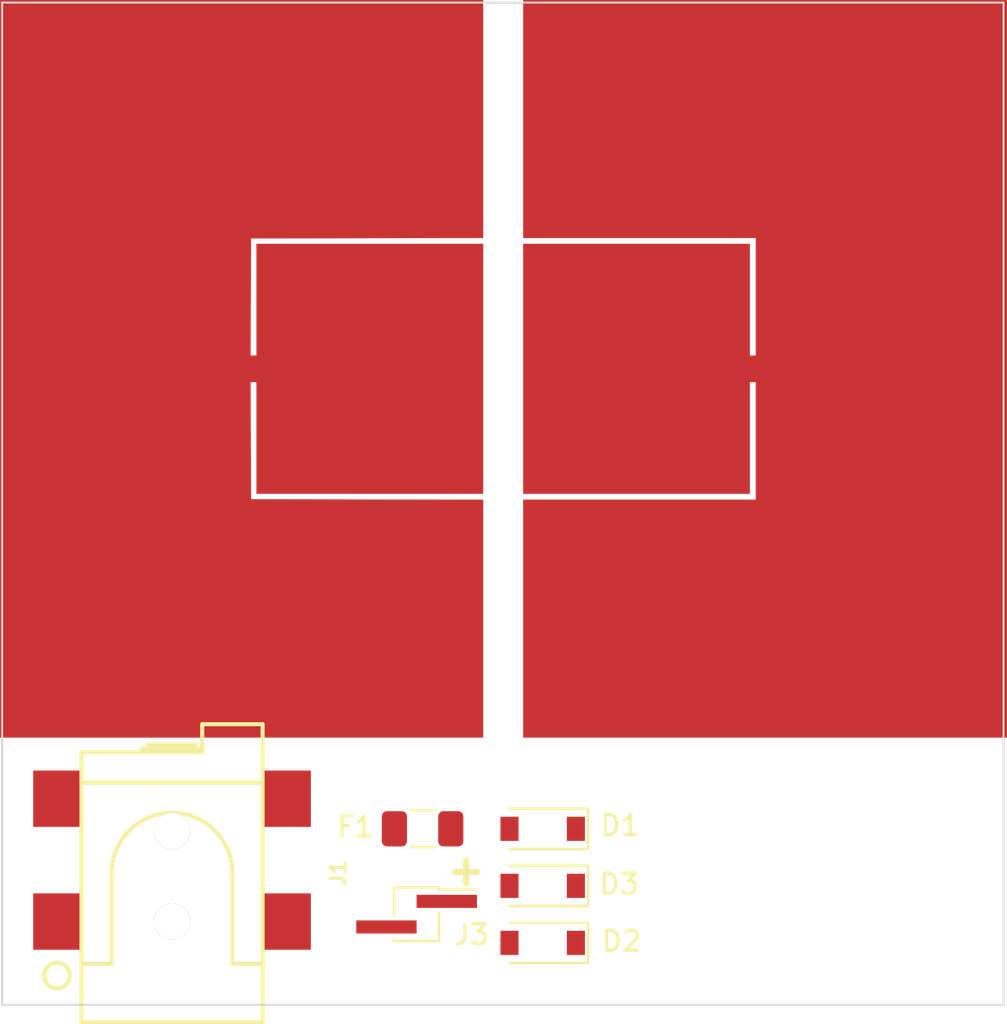
<source format=kicad_pcb>

(kicad_pcb
  (version 20171130)
  (host pcbnew 5.0.0-fee4fd1~66~ubuntu16.04.1)
  (general
    (thickness 1.6)
    (drawings 1)
    (tracks 33)
    (zones 0)
    (modules 7)
    (nets 5))
  (page A4)
  (layers
    (0 F.Cu signal)
    (31 B.Cu signal)
    (32 B.Adhes user)
    (33 F.Adhes user)
    (34 B.Paste user)
    (35 F.Paste user)
    (36 B.SilkS user)
    (37 F.SilkS user)
    (38 B.Mask user)
    (39 F.Mask user)
    (40 Dwgs.User user)
    (41 Cmts.User user)
    (42 Eco1.User user)
    (43 Eco2.User user)
    (44 Edge.Cuts user)
    (45 Margin user)
    (46 B.CrtYd user)
    (47 F.CrtYd user)
    (48 B.Fab user)
    (49 F.Fab user))
  (setup
    (last_trace_width 0.5)
    (trace_clearance 0.2)
    (zone_clearance 0.508)
    (zone_45_only no)
    (trace_min 0.2)
    (segment_width 0.2)
    (edge_width 0.15)
    (via_size 0.8)
    (via_drill 0.4)
    (via_min_size 0.4)
    (via_min_drill 0.3)
    (uvia_size 0.3)
    (uvia_drill 0.1)
    (uvias_allowed no)
    (uvia_min_size 0.2)
    (uvia_min_drill 0.1)
    (pcb_text_width 0.3)
    (pcb_text_size 1.5 1.5)
    (mod_edge_width 0.15)
    (mod_text_size 1 1)
    (mod_text_width 0.15)
    (pad_size 1.524 1.524)
    (pad_drill 0.762)
    (pad_to_mask_clearance 0.2)
    (aux_axis_origin 0 0)
    (visible_elements FFFFFF7F)
    (pcbplotparams
      (layerselection 0x010fc_ffffffff)
      (usegerberextensions false)
      (usegerberattributes false)
      (usegerberadvancedattributes false)
      (creategerberjobfile false)
      (excludeedgelayer true)
      (linewidth 0.15)
      (plotframeref false)
      (viasonmask false)
      (mode 1)
      (useauxorigin false)
      (hpglpennumber 1)
      (hpglpenspeed 20)
      (hpglpendiameter 15.0)
      (psnegative false)
      (psa4output false)
      (plotreference true)
      (plotvalue true)
      (plotinvisibletext false)
      (padsonsilk false)
      (subtractmaskfromsilk false)
      (outputformat 1)
      (mirror false)
      (drillshape 0)
      (scaleselection 1)
      (outputdirectory "gerbers")))
  (net 0 "")
  (net 1 +)
  (net 2 -)
  (net 3 "Net-(D1-Pad2)")
  (net 4 "Net-(F1-Pad2)")
  (net_class Default "This is the default net class."
    (clearance 0.2)
    (trace_width 0.5)
    (via_dia 0.8)
    (via_drill 0.4)
    (uvia_dia 0.3)
    (uvia_drill 0.1)
    (add_net +)
    (add_net -)
    (add_net "Net-(D1-Pad2)")
    (add_net "Net-(F1-Pad2)"))
  (module KiCad/kicad-footprints/Connector_PinHeader_1.27mm.pretty:PinHeader_1x02_P1.27mm_Vertical_SMD_Pin1Right
    (layer F.Cu)
    (tedit 59FED6E3)
    (tstamp 5BD89210)
    (at 159.671 118.365)
    (descr "surface-mounted straight pin header, 1x02, 1.27mm pitch, single row, style 2 (pin 1 right)")
    (tags "Surface mounted pin header SMD 1x02 1.27mm single row style2 pin1 right")
    (path /5BB83186)
    (attr smd)
    (fp_text reference J3
      (at 2.733 1.02)
      (layer F.SilkS)
      (effects
        (font
          (size 1 1)
          (thickness 0.15))))
    (fp_text value Conn_01x02_Male
      (at 0 2.33)
      (layer F.Fab)
      (effects
        (font
          (size 1 1)
          (thickness 0.15))))
    (fp_text user %R
      (at 0 0 90)
      (layer F.Fab)
      (effects
        (font
          (size 1 1)
          (thickness 0.15))))
    (fp_line
      (start 1.05 1.27)
      (end -1.05 1.27)
      (layer F.Fab)
      (width 0.1))
    (fp_line
      (start -1.05 -1.27)
      (end 0.615 -1.27)
      (layer F.Fab)
      (width 0.1))
    (fp_line
      (start 1.05 1.27)
      (end 1.05 -0.835)
      (layer F.Fab)
      (width 0.1))
    (fp_line
      (start 1.05 -0.835)
      (end 0.615 -1.27)
      (layer F.Fab)
      (width 0.1))
    (fp_line
      (start -1.05 -1.27)
      (end -1.05 1.27)
      (layer F.Fab)
      (width 0.1))
    (fp_line
      (start -1.05 0.435)
      (end -2.5 0.435)
      (layer F.Fab)
      (width 0.1))
    (fp_line
      (start -2.5 0.435)
      (end -2.5 0.835)
      (layer F.Fab)
      (width 0.1))
    (fp_line
      (start -2.5 0.835)
      (end -1.05 0.835)
      (layer F.Fab)
      (width 0.1))
    (fp_line
      (start 1.05 -0.835)
      (end 2.5 -0.835)
      (layer F.Fab)
      (width 0.1))
    (fp_line
      (start 2.5 -0.835)
      (end 2.5 -0.435)
      (layer F.Fab)
      (width 0.1))
    (fp_line
      (start 2.5 -0.435)
      (end 1.05 -0.435)
      (layer F.Fab)
      (width 0.1))
    (fp_line
      (start -1.11 -1.33)
      (end 1.11 -1.33)
      (layer F.SilkS)
      (width 0.12))
    (fp_line
      (start -1.11 1.33)
      (end 1.11 1.33)
      (layer F.SilkS)
      (width 0.12))
    (fp_line
      (start 1.11 -0.05)
      (end 1.11 1.32)
      (layer F.SilkS)
      (width 0.12))
    (fp_line
      (start -1.11 -1.32)
      (end -1.11 0.05)
      (layer F.SilkS)
      (width 0.12))
    (fp_line
      (start 1.11 -1.22)
      (end 2.94 -1.22)
      (layer F.SilkS)
      (width 0.12))
    (fp_line
      (start 1.11 -1.33)
      (end 1.11 -1.22)
      (layer F.SilkS)
      (width 0.12))
    (fp_line
      (start -1.11 1.22)
      (end -1.11 1.33)
      (layer F.SilkS)
      (width 0.12))
    (fp_line
      (start -3.5 -1.8)
      (end -3.5 1.8)
      (layer F.CrtYd)
      (width 0.05))
    (fp_line
      (start -3.5 1.8)
      (end 3.5 1.8)
      (layer F.CrtYd)
      (width 0.05))
    (fp_line
      (start 3.5 1.8)
      (end 3.5 -1.8)
      (layer F.CrtYd)
      (width 0.05))
    (fp_line
      (start 3.5 -1.8)
      (end -3.5 -1.8)
      (layer F.CrtYd)
      (width 0.05))
    (pad 2 smd rect
      (at -1.5 0.635)
      (size 3 0.65)
      (layers F.Cu F.Paste F.Mask))
    (pad 1 smd rect
      (at 1.5 -0.635)
      (size 3 0.65)
      (layers F.Cu F.Paste F.Mask))
    (model ${KISYS3DMOD}/Connector_PinHeader_1.27mm.3dshapes/PinHeader_1x02_P1.27mm_Vertical_SMD_Pin1Right.wrl
      (at
        (xyz 0 0 0))
      (scale
        (xyz 1 1 1))
      (rotate
        (xyz 0 0 0))))
  (module mcous/kicad-lib/footprints/connect-sm.pretty:CUI-PJ-002AH-SMT_dc-barrel-jack
    (layer F.Cu)
    (tedit 0)
    (tstamp 5BD88C0B)
    (at 147.517 116.333 90)
    (path /5BB71AB0)
    (attr smd)
    (fp_text reference J1
      (at 0 8.255 90)
      (layer F.SilkS)
      (effects
        (font
          (size 0.762 0.762)
          (thickness 0.1524))))
    (fp_text value Barrel_Jack_MountingPin
      (at 0 0 90)
      (layer F.SilkS) hide
      (effects
        (font
          (size 0.762 0.762)
          (thickness 0.1524))))
    (fp_circle
      (center -5.08 -5.715)
      (end -4.445 -5.715)
      (layer F.SilkS)
      (width 0.2032))
    (fp_line
      (start 4.5 -4.5)
      (end 4.5 4.5)
      (layer F.SilkS)
      (width 0.2032))
    (fp_line
      (start -4.5 4.5)
      (end -4.5 3)
      (layer F.SilkS)
      (width 0.2032))
    (fp_line
      (start -4.5 3)
      (end 0 3)
      (layer F.SilkS)
      (width 0.2032))
    (fp_line
      (start 0 -3)
      (end -4.5 -3)
      (layer F.SilkS)
      (width 0.2032))
    (fp_line
      (start -4.5 -3)
      (end -4.5 -4.5)
      (layer F.SilkS)
      (width 0.2032))
    (fp_line
      (start 6.4 -1.2)
      (end 6.4 1.2)
      (layer F.SilkS)
      (width 0.2032))
    (fp_line
      (start 6.2 1.5)
      (end 6.2 -1.5)
      (layer F.SilkS)
      (width 0.2032))
    (fp_line
      (start 7.4 4.5)
      (end 7.4 1.5)
      (layer F.SilkS)
      (width 0.2032))
    (fp_line
      (start 7.4 1.5)
      (end 6 1.5)
      (layer F.SilkS)
      (width 0.2032))
    (fp_line
      (start 6 1.5)
      (end 6 -4.5)
      (layer F.SilkS)
      (width 0.2032))
    (fp_line
      (start 6 -4.5)
      (end -7.4 -4.5)
      (layer F.SilkS)
      (width 0.2032))
    (fp_line
      (start -7.4 4.5)
      (end 7.4 4.5)
      (layer F.SilkS)
      (width 0.2032))
    (fp_line
      (start -7.4 -4.5)
      (end -7.4 4.5)
      (layer F.SilkS)
      (width 0.2032))
    (fp_arc
      (start 0 0)
      (end 3 0)
      (angle 90)
      (layer F.SilkS)
      (width 0.2032))
    (fp_arc
      (start 0 0)
      (end 0 -3)
      (angle 90)
      (layer F.SilkS)
      (width 0.2032))
    (pad 1 smd rect
      (at -2.4 -5.7 90)
      (size 2.8 2.4)
      (layers F.Cu F.Paste F.Mask))
    (pad 2 smd rect
      (at -2.4 5.7 90)
      (size 2.8 2.4)
      (layers F.Cu F.Paste F.Mask))
    (pad 3 smd rect
      (at 3.7 5.7 90)
      (size 2.8 2.4)
      (layers F.Cu F.Paste F.Mask))
    (pad 1 smd rect
      (at 3.7 -5.7 90)
      (size 2.8 2.4)
      (layers F.Cu F.Paste F.Mask))
    (pad "" thru_hole circle
      (at -2.4 0 90)
      (size 1.8 1.8)
      (drill 1.8)
      (layers *.Cu *.Mask F.SilkS))
    (pad "" thru_hole circle
      (at 2.1 0 90)
      (size 1.8 1.8)
      (drill 1.8)
      (layers *.Cu *.Mask F.SilkS)))
  (module KiCad/kicad-footprints/Fuse.pretty:Fuse_1206_3216Metric
    (layer F.Cu)
    (tedit 5B301BBE)
    (tstamp 5BD88A53)
    (at 159.968 114.128 180)
    (descr "Fuse SMD 1206 (3216 Metric), square (rectangular) end terminal, IPC_7351 nominal, (Body size source: http://www.tortai-tech.com/upload/download/2011102023233369053.pdf), generated with kicad-footprint-generator")
    (tags resistor)
    (path /5BB8228B)
    (attr smd)
    (fp_text reference F1
      (at 3.339 0.094 180)
      (layer F.SilkS)
      (effects
        (font
          (size 1 1)
          (thickness 0.15))))
    (fp_text value Polyfuse
      (at 0 1.82 180)
      (layer F.Fab)
      (effects
        (font
          (size 1 1)
          (thickness 0.15))))
    (fp_text user %R
      (at 0 0 180)
      (layer F.Fab)
      (effects
        (font
          (size 0.8 0.8)
          (thickness 0.12))))
    (fp_line
      (start -1.6 0.8)
      (end -1.6 -0.8)
      (layer F.Fab)
      (width 0.1))
    (fp_line
      (start -1.6 -0.8)
      (end 1.6 -0.8)
      (layer F.Fab)
      (width 0.1))
    (fp_line
      (start 1.6 -0.8)
      (end 1.6 0.8)
      (layer F.Fab)
      (width 0.1))
    (fp_line
      (start 1.6 0.8)
      (end -1.6 0.8)
      (layer F.Fab)
      (width 0.1))
    (fp_line
      (start -0.602064 -0.91)
      (end 0.602064 -0.91)
      (layer F.SilkS)
      (width 0.12))
    (fp_line
      (start -0.602064 0.91)
      (end 0.602064 0.91)
      (layer F.SilkS)
      (width 0.12))
    (fp_line
      (start -2.28 1.12)
      (end -2.28 -1.12)
      (layer F.CrtYd)
      (width 0.05))
    (fp_line
      (start -2.28 -1.12)
      (end 2.28 -1.12)
      (layer F.CrtYd)
      (width 0.05))
    (fp_line
      (start 2.28 -1.12)
      (end 2.28 1.12)
      (layer F.CrtYd)
      (width 0.05))
    (fp_line
      (start 2.28 1.12)
      (end -2.28 1.12)
      (layer F.CrtYd)
      (width 0.05))
    (pad 1 smd roundrect
      (at -1.4 0 180)
      (size 1.25 1.75)
      (layers F.Cu F.Paste F.Mask)
      (roundrect_rratio 0.2))
    (pad 2 smd roundrect
      (at 1.4 0 180)
      (size 1.25 1.75)
      (layers F.Cu F.Paste F.Mask)
      (roundrect_rratio 0.2))
    (model ${KISYS3DMOD}/Fuse.3dshapes/Fuse_1206_3216Metric.wrl
      (at
        (xyz 0 0 0))
      (scale
        (xyz 1 1 1))
      (rotate
        (xyz 0 0 0))))
  (module KiCad/kicad-footprints/Diode_SMD.pretty:D_SOD-123
    (layer F.Cu)
    (tedit 58645DC7)
    (tstamp 5BD7835B)
    (at 165.936 116.959 180)
    (descr SOD-123)
    (tags SOD-123)
    (path /5BB72208)
    (attr smd)
    (fp_text reference D3
      (at -3.801 0.09 180)
      (layer F.SilkS)
      (effects
        (font
          (size 1 1)
          (thickness 0.15))))
    (fp_text value D
      (at 0 2.1 180)
      (layer F.Fab)
      (effects
        (font
          (size 1 1)
          (thickness 0.15))))
    (fp_text user %R
      (at 0 -2 180)
      (layer F.Fab)
      (effects
        (font
          (size 1 1)
          (thickness 0.15))))
    (fp_line
      (start -2.25 -1)
      (end 1.65 -1)
      (layer F.SilkS)
      (width 0.12))
    (fp_line
      (start -2.25 1)
      (end 1.65 1)
      (layer F.SilkS)
      (width 0.12))
    (fp_line
      (start -2.35 -1.15)
      (end -2.35 1.15)
      (layer F.CrtYd)
      (width 0.05))
    (fp_line
      (start 2.35 1.15)
      (end -2.35 1.15)
      (layer F.CrtYd)
      (width 0.05))
    (fp_line
      (start 2.35 -1.15)
      (end 2.35 1.15)
      (layer F.CrtYd)
      (width 0.05))
    (fp_line
      (start -2.35 -1.15)
      (end 2.35 -1.15)
      (layer F.CrtYd)
      (width 0.05))
    (fp_line
      (start -1.4 -0.9)
      (end 1.4 -0.9)
      (layer F.Fab)
      (width 0.1))
    (fp_line
      (start 1.4 -0.9)
      (end 1.4 0.9)
      (layer F.Fab)
      (width 0.1))
    (fp_line
      (start 1.4 0.9)
      (end -1.4 0.9)
      (layer F.Fab)
      (width 0.1))
    (fp_line
      (start -1.4 0.9)
      (end -1.4 -0.9)
      (layer F.Fab)
      (width 0.1))
    (fp_line
      (start -0.75 0)
      (end -0.35 0)
      (layer F.Fab)
      (width 0.1))
    (fp_line
      (start -0.35 0)
      (end -0.35 -0.55)
      (layer F.Fab)
      (width 0.1))
    (fp_line
      (start -0.35 0)
      (end -0.35 0.55)
      (layer F.Fab)
      (width 0.1))
    (fp_line
      (start -0.35 0)
      (end 0.25 -0.4)
      (layer F.Fab)
      (width 0.1))
    (fp_line
      (start 0.25 -0.4)
      (end 0.25 0.4)
      (layer F.Fab)
      (width 0.1))
    (fp_line
      (start 0.25 0.4)
      (end -0.35 0)
      (layer F.Fab)
      (width 0.1))
    (fp_line
      (start 0.25 0)
      (end 0.75 0)
      (layer F.Fab)
      (width 0.1))
    (fp_line
      (start -2.25 -1)
      (end -2.25 1)
      (layer F.SilkS)
      (width 0.12))
    (pad 2 smd rect
      (at 1.65 0 180)
      (size 0.9 1.2)
      (layers F.Cu F.Paste F.Mask))
    (pad 1 smd rect
      (at -1.65 0 180)
      (size 0.9 1.2)
      (layers F.Cu F.Paste F.Mask))
    (model ${KISYS3DMOD}/Diode_SMD.3dshapes/D_SOD-123.wrl
      (at
        (xyz 0 0 0))
      (scale
        (xyz 1 1 1))
      (rotate
        (xyz 0 0 0))))
  (module KiCad/kicad-footprints/Diode_SMD.pretty:D_SOD-123
    (layer F.Cu)
    (tedit 58645DC7)
    (tstamp 5BD887A5)
    (at 165.936 119.79 180)
    (descr SOD-123)
    (tags SOD-123)
    (path /5BB721D0)
    (attr smd)
    (fp_text reference D2
      (at -3.917 0.083 180)
      (layer F.SilkS)
      (effects
        (font
          (size 1 1)
          (thickness 0.15))))
    (fp_text value D
      (at 0 2.1 180)
      (layer F.Fab)
      (effects
        (font
          (size 1 1)
          (thickness 0.15))))
    (fp_text user %R
      (at 0 -2 180)
      (layer F.Fab)
      (effects
        (font
          (size 1 1)
          (thickness 0.15))))
    (fp_line
      (start -2.25 -1)
      (end 1.65 -1)
      (layer F.SilkS)
      (width 0.12))
    (fp_line
      (start -2.25 1)
      (end 1.65 1)
      (layer F.SilkS)
      (width 0.12))
    (fp_line
      (start -2.35 -1.15)
      (end -2.35 1.15)
      (layer F.CrtYd)
      (width 0.05))
    (fp_line
      (start 2.35 1.15)
      (end -2.35 1.15)
      (layer F.CrtYd)
      (width 0.05))
    (fp_line
      (start 2.35 -1.15)
      (end 2.35 1.15)
      (layer F.CrtYd)
      (width 0.05))
    (fp_line
      (start -2.35 -1.15)
      (end 2.35 -1.15)
      (layer F.CrtYd)
      (width 0.05))
    (fp_line
      (start -1.4 -0.9)
      (end 1.4 -0.9)
      (layer F.Fab)
      (width 0.1))
    (fp_line
      (start 1.4 -0.9)
      (end 1.4 0.9)
      (layer F.Fab)
      (width 0.1))
    (fp_line
      (start 1.4 0.9)
      (end -1.4 0.9)
      (layer F.Fab)
      (width 0.1))
    (fp_line
      (start -1.4 0.9)
      (end -1.4 -0.9)
      (layer F.Fab)
      (width 0.1))
    (fp_line
      (start -0.75 0)
      (end -0.35 0)
      (layer F.Fab)
      (width 0.1))
    (fp_line
      (start -0.35 0)
      (end -0.35 -0.55)
      (layer F.Fab)
      (width 0.1))
    (fp_line
      (start -0.35 0)
      (end -0.35 0.55)
      (layer F.Fab)
      (width 0.1))
    (fp_line
      (start -0.35 0)
      (end 0.25 -0.4)
      (layer F.Fab)
      (width 0.1))
    (fp_line
      (start 0.25 -0.4)
      (end 0.25 0.4)
      (layer F.Fab)
      (width 0.1))
    (fp_line
      (start 0.25 0.4)
      (end -0.35 0)
      (layer F.Fab)
      (width 0.1))
    (fp_line
      (start 0.25 0)
      (end 0.75 0)
      (layer F.Fab)
      (width 0.1))
    (fp_line
      (start -2.25 -1)
      (end -2.25 1)
      (layer F.SilkS)
      (width 0.12))
    (pad 2 smd rect
      (at 1.65 0 180)
      (size 0.9 1.2)
      (layers F.Cu F.Paste F.Mask))
    (pad 1 smd rect
      (at -1.65 0 180)
      (size 0.9 1.2)
      (layers F.Cu F.Paste F.Mask))
    (model ${KISYS3DMOD}/Diode_SMD.3dshapes/D_SOD-123.wrl
      (at
        (xyz 0 0 0))
      (scale
        (xyz 1 1 1))
      (rotate
        (xyz 0 0 0))))
  (module drawings:base_outline
    (layer F.Cu)
    (tedit 5BB81AC7)
    (tstamp 5BD77FC3)
    (at 175.254 80.007)
    (path /5BB72019)
    (fp_text reference J2
      (at 0 0)
      (layer F.SilkS) hide
      (effects
        (font
          (size 1.27 1.27)
          (thickness 0.15))))
    (fp_text value Conn_01x01_Female
      (at 0 0)
      (layer F.SilkS) hide
      (effects
        (font
          (size 1.27 1.27)
          (thickness 0.15))))
    (fp_line
      (start -36.177581 -6.90364)
      (end -36.177581 -6.90364)
      (layer Edge.Cuts)
      (width 0.1))
    (fp_line
      (start -36.177581 42.85551)
      (end -36.177581 -6.90364)
      (layer Edge.Cuts)
      (width 0.1))
    (fp_line
      (start 13.58157 42.85551)
      (end -36.177581 42.85551)
      (layer Edge.Cuts)
      (width 0.1))
    (fp_line
      (start 13.58157 -6.90364)
      (end 13.58157 42.85551)
      (layer Edge.Cuts)
      (width 0.1))
    (fp_line
      (start -36.177581 -6.90364)
      (end 13.58157 -6.90364)
      (layer Edge.Cuts)
      (width 0.1))
    (fp_poly
      (pts
        (xy 1.27 17.78)
        (xy -23.833667 17.78)
        (xy -23.833667 4.783666)
        (xy 1.27 4.783666)
        (xy 1.27 17.78))
      (layer F.Mask)
      (width 0.01))
    (fp_poly
      (pts
        (xy 13.758333 29.591)
        (xy -10.287 29.591)
        (xy -10.287 17.78)
        (xy 1.27 17.78)
        (xy 1.27 11.938)
        (xy 0.973666 11.938)
        (xy 0.973666 17.483666)
        (xy -10.287 17.483666)
        (xy -10.287 5.08)
        (xy 0.973666 5.08)
        (xy 0.973666 10.625666)
        (xy 1.27 10.625666)
        (xy 1.27 4.783666)
        (xy -10.287 4.783666)
        (xy -10.287 -7.027334)
        (xy 13.758333 -7.027334)
        (xy 13.758333 29.591))
      (layer F.Cu)
      (width 0.01))
    (fp_poly
      (pts
        (xy -12.276667 4.783364)
        (xy -18.044584 4.794098)
        (xy -23.8125 4.804833)
        (xy -23.823376 7.71525)
        (xy -23.834251 10.625666)
        (xy -23.537334 10.625666)
        (xy -23.537334 5.08)
        (xy -12.276667 5.08)
        (xy -12.276667 17.483666)
        (xy -23.537334 17.483666)
        (xy -23.537334 11.938)
        (xy -23.834251 11.938)
        (xy -23.823376 14.848416)
        (xy -23.8125 17.758833)
        (xy -18.044584 17.769567)
        (xy -12.276667 17.780302)
        (xy -12.276667 29.591)
        (xy -36.279667 29.591)
        (xy -36.279667 -7.027334)
        (xy -12.276667 -7.027334)
        (xy -12.276667 4.783364))
      (layer F.Cu)
      (width 0.01)))
  (module KiCad/kicad-footprints/Diode_SMD.pretty:D_SOD-123
    (layer F.Cu)
    (tedit 58645DC7)
    (tstamp 5BD77A44)
    (at 165.936 114.128 180)
    (descr SOD-123)
    (tags SOD-123)
    (path /5BB71E79)
    (attr smd)
    (fp_text reference D1
      (at -3.847 0.167 180)
      (layer F.SilkS)
      (effects
        (font
          (size 1 1)
          (thickness 0.15))))
    (fp_text value D
      (at 0 2.1 180)
      (layer F.Fab)
      (effects
        (font
          (size 1 1)
          (thickness 0.15))))
    (fp_text user %R
      (at 0 -2 180)
      (layer F.Fab)
      (effects
        (font
          (size 1 1)
          (thickness 0.15))))
    (fp_line
      (start -2.25 -1)
      (end 1.65 -1)
      (layer F.SilkS)
      (width 0.12))
    (fp_line
      (start -2.25 1)
      (end 1.65 1)
      (layer F.SilkS)
      (width 0.12))
    (fp_line
      (start -2.35 -1.15)
      (end -2.35 1.15)
      (layer F.CrtYd)
      (width 0.05))
    (fp_line
      (start 2.35 1.15)
      (end -2.35 1.15)
      (layer F.CrtYd)
      (width 0.05))
    (fp_line
      (start 2.35 -1.15)
      (end 2.35 1.15)
      (layer F.CrtYd)
      (width 0.05))
    (fp_line
      (start -2.35 -1.15)
      (end 2.35 -1.15)
      (layer F.CrtYd)
      (width 0.05))
    (fp_line
      (start -1.4 -0.9)
      (end 1.4 -0.9)
      (layer F.Fab)
      (width 0.1))
    (fp_line
      (start 1.4 -0.9)
      (end 1.4 0.9)
      (layer F.Fab)
      (width 0.1))
    (fp_line
      (start 1.4 0.9)
      (end -1.4 0.9)
      (layer F.Fab)
      (width 0.1))
    (fp_line
      (start -1.4 0.9)
      (end -1.4 -0.9)
      (layer F.Fab)
      (width 0.1))
    (fp_line
      (start -0.75 0)
      (end -0.35 0)
      (layer F.Fab)
      (width 0.1))
    (fp_line
      (start -0.35 0)
      (end -0.35 -0.55)
      (layer F.Fab)
      (width 0.1))
    (fp_line
      (start -0.35 0)
      (end -0.35 0.55)
      (layer F.Fab)
      (width 0.1))
    (fp_line
      (start -0.35 0)
      (end 0.25 -0.4)
      (layer F.Fab)
      (width 0.1))
    (fp_line
      (start 0.25 -0.4)
      (end 0.25 0.4)
      (layer F.Fab)
      (width 0.1))
    (fp_line
      (start 0.25 0.4)
      (end -0.35 0)
      (layer F.Fab)
      (width 0.1))
    (fp_line
      (start 0.25 0)
      (end 0.75 0)
      (layer F.Fab)
      (width 0.1))
    (fp_line
      (start -2.25 -1)
      (end -2.25 1)
      (layer F.SilkS)
      (width 0.12))
    (pad 2 smd rect
      (at 1.65 0 180)
      (size 0.9 1.2)
      (layers F.Cu F.Paste F.Mask))
    (pad 1 smd rect
      (at -1.65 0 180)
      (size 0.9 1.2)
      (layers F.Cu F.Paste F.Mask))
    (model ${KISYS3DMOD}/Diode_SMD.3dshapes/D_SOD-123.wrl
      (at
        (xyz 0 0 0))
      (scale
        (xyz 1 1 1))
      (rotate
        (xyz 0 0 0))))
  (gr_text +
    (at 162.125 116.164)
    (layer F.SilkS)
    (effects
      (font
        (size 1.5 1.5)
        (thickness 0.3)))))
</source>
